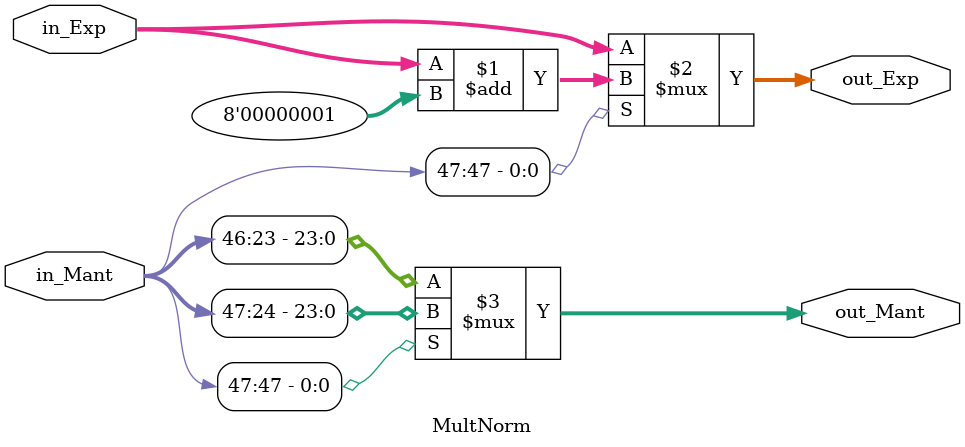
<source format=v>
module MultNorm(in_Exp, in_Mant, out_Exp, out_Mant);
    input [7:0] in_Exp;
    input [47:0] in_Mant;

    output [7:0] out_Exp;
    output [23:0] out_Mant;

    assign out_Exp = (in_Mant[47]) ? (in_Exp + 8'd1) : in_Exp;
    assign out_Mant = (in_Mant[47]) ? in_Mant[47:24] : in_Mant[46:23];
endmodule
</source>
